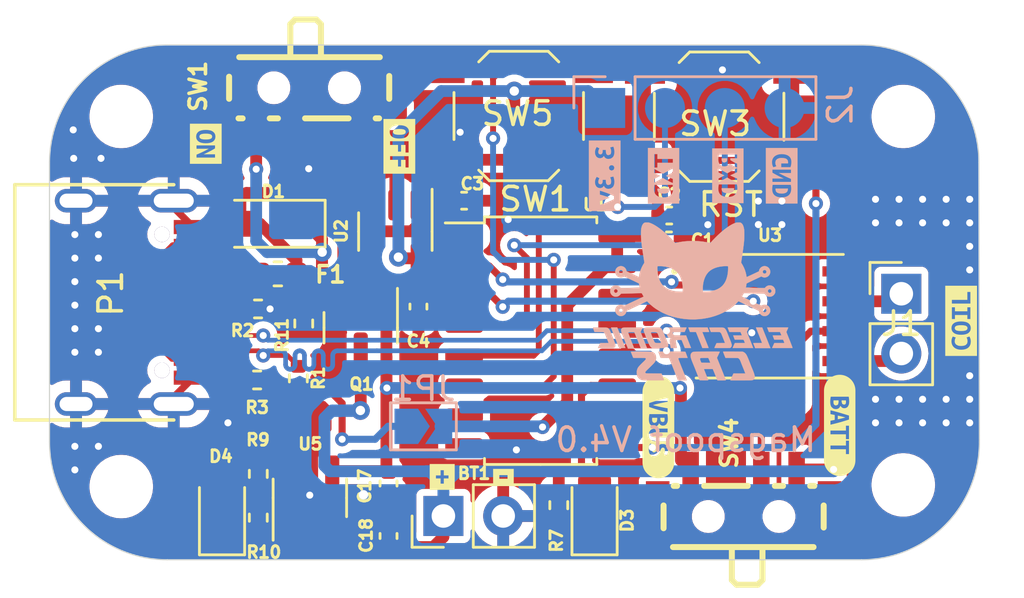
<source format=kicad_pcb>
(kicad_pcb (version 20221018) (generator pcbnew)
  (title_block (title "Magspoof V3") (date "2020-02-04") (rev "3.3v") (company "Electronic Cats") (comment 1 "Eduardo Contreras"))
  (layers (0 "F.Cu" signal) (31 "B.Cu" signal) (34 "B.Paste" user) (35 "F.Paste" user) (36 "B.SilkS" user "B.Silkscreen") (37 "F.SilkS" user "F.Silkscreen") (38 "B.Mask" user) (39 "F.Mask" user) (44 "Edge.Cuts" user))
  (net 0 "")
  (net 1 "+BATT")
  (net 2 "GND")
  (net 3 "+3V3")
  (net 4 "Net-(SW1-B)")
  (net 5 "VBUS")
  (net 6 "Net-(D1-K)")
  (net 7 "Net-(D3-K)")
  (net 8 "/LED")
  (net 9 "Net-(D4-A)")
  (net 10 "Net-(F1-Pad1)")
  (net 11 "/Out_A")
  (net 12 "/Out_B")
  (net 13 "Net-(JP1-A)")
  (net 14 "Net-(P1-CC)")
  (net 15 "/D-")
  (net 16 "/D+")
  (net 17 "Net-(P1-VCONN)")
  (net 18 "Net-(U5-PROG)")
  (net 19 "Net-(U5-STAT)")
  (net 20 "/RST")
  (net 21 "/SW1")
  (net 22 "Net-(SW4A-B)")
  (net 24 "/IN_B")
  (net 25 "/IN_A")
  (net 32 "/TXD")
  (net 33 "/RXD")
  (footprint "Diode_SMD:D_SOD-123F" (layer "F.Cu") (at 106.43 54.04 180)
    (fp_text reference "D1")
    (fp_text value "MBR120" hide)
  )
  (footprint "kibuzzard-64629FC5" (layer "F.Cu") (at 122.78 62.68 -90)
    (fp_text reference "kibuzzard-64629FC5" hide)
    (fp_text value "G***" hide)
  )
  (footprint "Connector_PinHeader_2.54mm:PinHeader_1x02_P2.54mm_Vertical" (layer "F.Cu") (at 133.096 57.015)
    (fp_text reference "J1")
    (fp_text value "Coil" hide)
  )
  (footprint "Library:TC4424EMF(v3)" (layer "F.Cu") (at 127.508 57.97)
    (fp_text reference "U3")
    (fp_text value "TC4424" hide)
  )
  (footprint "Resistor_SMD:R_0402_1005Metric" (layer "F.Cu") (at 107.72 58.28 -90)
    (fp_text reference "R11")
    (fp_text value "100K" hide)
  )
  (footprint "kibuzzard-6436EF98" (layer "F.Cu") (at 111.78 50.75 -90)
    (fp_text reference "kibuzzard-6436EF98" hide)
    (fp_text value "G***" hide)
  )
  (footprint "Connector_PinHeader_2.54mm:PinHeader_1x02_P2.54mm_Vertical" (layer "F.Cu") (at 113.65 66.46 90)
    (fp_text reference "BT1")
    (fp_text value "Battery_Cell" hide)
  )
  (footprint "Library:SW-SMD_SSSS811101" (layer "F.Cu") (at 126.4 66.0315)
    (fp_text reference "SW4")
    (fp_text value "SOURCE MAG" hide)
  )
  (footprint "LED_SMD:LED_0805_2012Metric_Pad1.15x1.40mm_HandSolder" (layer "F.Cu") (at 104.25 66.25 90)
    (fp_text reference "D4")
    (fp_text value "CHG" hide)
  )
  (footprint "Capacitor_SMD:C_0402_1005Metric" (layer "F.Cu") (at 114.53 53.06)
    (fp_text reference "C3")
    (fp_text value "10uF" hide)
  )
  (footprint "Button_Switch_SMD:SW_SPST_TL3342" (layer "F.Cu") (at 125.36 49.49)
    (fp_text reference "SW3")
    (fp_text value "S1")
  )
  (footprint "Package_SO:SOP-16_4.55x10.3mm_P1.27mm" (layer "F.Cu") (at 117.78 59.01)
    (fp_text reference "U1")
    (fp_text value "CH552G")
  )
  (footprint "Capacitor_SMD:C_0402_1005Metric" (layer "F.Cu") (at 111.32 67.31 90)
    (fp_text reference "C18")
    (fp_text value "10uF" hide)
  )
  (footprint "kibuzzard-6435F3C4" (layer "F.Cu") (at 135.636 58.166 90)
    (fp_text reference "kibuzzard-6435F3C4" hide)
    (fp_text value "G***" hide)
  )
  (footprint "Capacitor_SMD:C_0402_1005Metric" (layer "F.Cu") (at 112.59 57.56 -90)
    (fp_text reference "C4")
    (fp_text value "10uF" hide)
  )
  (footprint "Resistor_SMD:R_0402_1005Metric" (layer "F.Cu") (at 105.78 57.66 180)
    (fp_text reference "R2")
    (fp_text value "5.1k" hide)
  )
  (footprint "MountingHole:MountingHole_2.2mm_M2" (layer "F.Cu") (at 133.18 49.48)
    (fp_text reference "H2")
    (fp_text value "MountingHole")
  )
  (footprint "Button_Switch_SMD:SW_SPST_TL3342" (layer "F.Cu") (at 116.85 49.46)
    (fp_text reference "SW5")
    (fp_text value "RESET")
  )
  (footprint "Resistor_SMD:R_0402_1005Metric" (layer "F.Cu") (at 105.74 60.68 180)
    (fp_text reference "R3")
    (fp_text value "5.1k" hide)
  )
  (footprint "Resistor_SMD:R_0402_1005Metric" (layer "F.Cu") (at 118.55 66 90)
    (fp_text reference "R7")
    (fp_text value "180R" hide)
  )
  (footprint "kibuzzard-6436EF9F" (layer "F.Cu") (at 103.56 50.64 -90)
    (fp_text reference "kibuzzard-6436EF9F" hide)
    (fp_text value "G***" hide)
  )
  (footprint "Package_TO_SOT_SMD:SOT-23-5" (layer "F.Cu") (at 107.98 65.69 90)
    (fp_text reference "U5")
    (fp_text value "MCP73831" hide)
  )
  (footprint "kibuzzard-64629FDC" (layer "F.Cu") (at 130.48 62.61 -90)
    (fp_text reference "kibuzzard-64629FDC" hide)
    (fp_text value "G***" hide)
  )
  (footprint "Resistor_SMD:R_0402_1005Metric" (layer "F.Cu") (at 105.79 64.67 90)
    (fp_text reference "R9")
    (fp_text value "5.1k" hide)
  )
  (footprint "kibuzzard-6436EA46" (layer "F.Cu") (at 116.2 64.8)
    (fp_text reference "kibuzzard-6436EA46" hide)
    (fp_text value "G***" hide)
  )
  (footprint "MountingHole:MountingHole_2.2mm_M2" (layer "F.Cu") (at 99.97 49.48)
    (fp_text reference "H1")
    (fp_text value "MountingHole")
  )
  (footprint "Capacitor_SMD:C_0402_1005Metric" (layer "F.Cu") (at 123.24 53.69)
    (fp_text reference "C2")
    (fp_text value "0.1uF")
  )
  (footprint "Package_TO_SOT_SMD:SOT-23-5" (layer "F.Cu") (at 111.61 54.3725 -90)
    (fp_text reference "U2")
    (fp_text value "AP2112K-3.3" hide)
  )
  (footprint "Connectors:C393939" (layer "F.Cu") (at 102.2 57.38 -90)
    (fp_text reference "P1")
    (fp_text value "USB_C_Plug_USB2.0" hide)
  )
  (footprint "Resistor_SMD:R_0402_1005Metric" (layer "F.Cu") (at 105.79 66.53 90)
    (fp_text reference "R10")
    (fp_text value "470" hide)
  )
  (footprint "Fuse:Fuse_0603_1608Metric" (layer "F.Cu") (at 106.62 56.17)
    (fp_text reference "F1")
    (fp_text value "0.5A")
  )
  (footprint "Capacitor_SMD:C_0402_1005Metric" (layer "F.Cu") (at 111.32 65.08 -90)
    (fp_text reference "C17")
    (fp_text value "10uF" hide)
  )
  (footprint "Capacitor_SMD:C_0402_1005Metric" (layer "F.Cu") (at 123.23 54.75)
    (fp_text reference "C1")
    (fp_text value "0.1uF" hide)
  )
  (footprint "Resistor_SMD:R_0402_1005Metric" (layer "F.Cu") (at 107.49 60.61 90)
    (fp_text reference "R1")
    (fp_text value "20K" hide)
  )
  (footprint "MountingHole:MountingHole_2.2mm_M2" (layer "F.Cu") (at 99.97 65.21)
    (fp_text reference "H3")
    (fp_text value "MountingHole")
  )
  (footprint "Library:SW-SMD_SSSS811101" (layer "F.Cu") (at 107.95 48.71 180)
    (fp_text reference "SW1")
    (fp_text value "ON" hide)
  )
  (footprint "kibuzzard-6436EA37" (layer "F.Cu") (at 113.6 64.8)
    (fp_text reference "kibuzzard-6436EA37" hide)
    (fp_text value "G***" hide)
  )
  (footprint "Package_TO_SOT_SMD:SOT-23" (layer "F.Cu") (at 110.14 58.46 -90)
    (fp_text reference "Q1")
    (fp_text value "DMG3415U-7" hide)
  )
  (footprint "LED_SMD:LED_0805_2012Metric_Pad1.15x1.40mm_HandSolder" (layer "F.Cu") (at 120.07 66.25 90)
    (fp_text reference "D3")
    (fp_text value "Status" hide)
  )
  (footprint "MountingHole:MountingHole_2.2mm_M2" (layer "F.Cu") (at 133.18 65.21)
    (fp_text reference "H4")
    (fp_text value "MountingHole")
  )
  (footprint "kibuzzard-6436E8D1" (layer "B.Cu") (at 123 52 -90)
    (fp_text reference "kibuzzard-6436E8D1" hide)
    (fp_text value "G***" hide)
  )
  (footprint "Aesthetics:electronic_cats_logo_8x6" (layer "B.Cu") (at 124.24 57.34 180)
    (fp_text reference "G***" hide)
    (fp_text value "LOGO" hide)
  )
  (footprint "Connector_PinHeader_2.54mm:PinHeader_1x04_P2.54mm_Vertical" (layer "B.Cu") (at 120.52 49.12 -90)
    (fp_text reference "J2")
    (fp_text value "SWD")
  )
  (footprint "kibuzzard-6435F22E" (layer "B.Cu") (at 120.5 52 -90)
    (fp_text reference "kibuzzard-6435F22E" hide)
    (fp_text value "G***" hide)
  )
  (footprint "Jumper:SolderJumper-2_P1.3mm_Open_TrianglePad1.0x1.5mm" (layer "B.Cu") (at 112.8 62.65)
    (fp_text reference "JP1")
    (fp_text value "boot" hide)
  )
  (footprint "kibuzzard-6436E8D8" (layer "B.Cu") (at 125.73 52 -90)
    (fp_text reference "kibuzzard-6436E8D8" hide)
    (fp_text value "G***" hide)
  )
  (footprint "kibuzzard-6435F1C7" (layer "B.Cu") (at 128.016 52 -90)
    (fp_text reference "kibuzzard-6435F1C7" hide)
    (fp_text value "G***" hide)
  )
  (gr_arc (start 131.3925 46.44) (mid 134.928034 47.904466) (end 136.3925 51.44) (stroke (width 0.05)) (layer "Edge.Cuts"))
  (gr_line (start 96.9225 51.44) (end 96.9225 63.32) (stroke (width 0.05)) (layer "Edge.Cuts"))
  (gr_line (start 101.9225 68.32) (end 131.412981 68.32) (stroke (width 0.05)) (layer "Edge.Cuts"))
  (gr_line (start 131.3925 46.44) (end 101.9225 46.44) (stroke (width 0.05)) (layer "Edge.Cuts"))
  (gr_line (start 136.412981 63.32) (end 136.3925 51.44) (stroke (width 0.05)) (layer "Edge.Cuts"))
  (gr_arc (start 96.9225 51.44) (mid 98.386966 47.904466) (end 101.9225 46.44) (stroke (width 0.05)) (layer "Edge.Cuts"))
  (gr_arc (start 136.412981 63.32) (mid 134.948514 66.855527) (end 131.412981 68.32) (stroke (width 0.05)) (layer "Edge.Cuts"))
  (gr_arc (start 101.9225 68.32) (mid 98.386966 66.855534) (end 96.9225 63.32) (stroke (width 0.05)) (layer "Edge.Cuts"))
  (gr_text "Magspoof V4.0" (at 123.94 63.22) (layer "B.SilkS") (effects (font (size 1 1)) (justify mirror)))
  (gr_text "SW1" (at 115.93 53.58) (layer "F.SilkS") (effects (font (size 1 1)) (justify left bottom)))
  (gr_text "RST" (at 124.4 53.81) (layer "F.SilkS") (effects (font (size 1 1)) (justify left bottom)))
  (segment (start 110.14 59.3975) (end 110.14 61.96) (width 0.5) (layer "F.Cu") (net 1))
  (segment (start 109.04 67.12) (end 109.7 67.78) (width 0.5) (layer "F.Cu") (net 1))
  (segment (start 110.14 61.96) (end 110.125 61.975) (width 0.5) (layer "F.Cu") (net 1))
  (segment (start 128.65 64.4815) (end 128.65 64.186) (width 0.5) (layer "F.Cu") (net 1))
  (segment (start 109.7 67.78) (end 113.22 67.78) (width 0.5) (layer "F.Cu") (net 1))
  (segment (start 128.650498 64.481998) (end 128.65 64.4815) (width 0.5) (layer "F.Cu") (net 1))
  (segment (start 109.04 66.9375) (end 109.04 67.12) (width 0.5) (layer "F.Cu") (net 1))
  (segment (start 113.65 67.35) (end 113.65 66.46) (width 0.5) (layer "F.Cu") (net 1))
  (segment (start 130.22 64.481998) (end 128.650498 64.481998) (width 0.5) (layer "F.Cu") (net 1))
  (segment (start 108.93 66.8275) (end 109.04 66.9375) (width 0.5) (layer "F.Cu") (net 1))
  (segment (start 113.22 67.78) (end 113.65 67.35) (width 0.5) (layer "F.Cu") (net 1))
  (segment (start 128.65 64.186) (end 128.738 64.098) (width 0.5) (layer "F.Cu") (net 1))
  (via (at 130.22 64.481998) (size 0.6) (drill 0.3) (layers "F.Cu" "B.Cu") (net 1))
  (via (at 110.125 61.975) (size 0.8) (drill 0.4) (layers "F.Cu" "B.Cu") (net 1))
  (segment (start 108.835 64.56) (end 108.6 64.325) (width 0.5) (layer "B.Cu") (net 1))
  (segment (start 112.925 64.56) (end 108.835 64.56) (width 0.5) (layer "B.Cu") (net 1))
  (segment (start 108.925 61.975) (end 108.6 62.3) (width 0.5) (layer "B.Cu") (net 1))
  (segment (start 110.125 61.975) (end 109.3 61.975) (width 0.5) (layer "B.Cu") (net 1))
  (segment (start 109.3 61.975) (end 109.275 62) (width 0.5) (layer "B.Cu") (net 1))
  (segment (start 110.125 61.975) (end 108.925 61.975) (width 0.5) (layer "B.Cu") (net 1))
  (segment (start 109.275 62) (end 109.775 62) (width 0.5) (layer "B.Cu") (net 1))
  (segment (start 113.65 66.46) (end 113.65 65.46) (width 0.5) (layer "B.Cu") (net 1))
  (segment (start 130.22 64.56) (end 130.36 64.42) (width 0.5) (layer "B.Cu") (net 1))
  (segment (start 112.925 64.56) (end 113.06 64.56) (width 0.5) (layer "B.Cu") (net 1))
  (segment (start 114.5 64.56) (end 130.22 64.56) (width 0.5) (layer "B.Cu") (net 1))
  (segment (start 108.6 64.325) (end 108.6 62.3) (width 0.5) (layer "B.Cu") (net 1))
  (segment (start 114.5 64.56) (end 112.925 64.56) (width 0.5) (layer "B.Cu") (net 1))
  (segment (start 113.06 64.56) (end 113.65 65.15) (width 0.5) (layer "B.Cu") (net 1))
  (segment (start 113.65 65.15) (end 114.24 64.56) (width 0.5) (layer "B.Cu") (net 1))
  (segment (start 114.24 64.56) (end 114.5 64.56) (width 0.5) (layer "B.Cu") (net 1))
  (segment (start 108.6 62.3) (end 108.825 62.075) (width 0.5) (layer "B.Cu") (net 1))
  (segment (start 108.825 62.075) (end 108.9 62) (width 0.5) (layer "B.Cu") (net 1))
  (segment (start 113.65 65.15) (end 113.65 65.46) (width 0.5) (layer "B.Cu") (net 1))
  (segment (start 108.9 62) (end 109.275 62) (width 0.5) (layer "B.Cu") (net 1))
  (segment (start 130.22 64.56) (end 130.22 64.481998) (width 0.5) (layer "B.Cu") (net 1))
  (segment (start 102.2 53.355) (end 103.025 54.18) (width 0.3) (layer "F.Cu") (net 2))
  (segment (start 123.71 54.75) (end 123.71 54.78) (width 0.25) (layer "F.Cu") (net 2))
  (segment (start 102.2 53.06) (end 102.2 53.355) (width 0.3) (layer "F.Cu") (net 2))
  (segment (start 116.91 63.65) (end 116.75 63.65) (width 0.25) (layer "F.Cu") (net 2))
  (segment (start 106.29 57.66) (end 106.289999 57.659999) (width 0.3) (layer "F.Cu") (net 2))
  (segment (start 102.2 61.7) (end 102.2 61.405) (width 0.3) (layer "F.Cu") (net 2))
  (segment (start 121.03 57.105) (end 120.545813 57.105) (width 0.25) (layer "F.Cu") (net 2))
  (segment (start 107.975 65.575) (end 110.245 65.575) (width 0.25) (layer "F.Cu") (net 2))
  (segment (start 102.2 61.405) (end 103.025 60.58) (width 0.3) (layer "F.Cu") (net 2))
  (segment (start 107.98 65.58) (end 107.975 65.575) (width 0.25) (layer "F.Cu") (net 2))
  (segment (start 111.61 53.235) (end 111.61 51.75) (width 0.25) (layer "F.Cu") (net 2))
  (segment (start 104.25 67.275) (end 104.175 67.275) (width 0.25) (layer "F.Cu") (net 2))
  (segment (start 104.175 67.275) (end 104.125 67.225) (width 0.25) (layer "F.Cu") (net 2))
  (segment (start 111.61 51.75) (end 111.98 51.38) (width 0.25) (layer "F.Cu") (net 2))
  (segment (start 107.275 68.05) (end 107.3 68.075) (width 0.25) (layer "F.Cu") (net 2))
  (segment (start 111.32 65.56) (end 110.26 65.56) (width 0.3) (layer "F.Cu") (net 2))
  (segment (start 107.3 68.075) (end 107.65 68.075) (width 0.25) (layer "F.Cu") (net 2))
  (segment (start 107.98 67.745) (end 107.98 66.8275) (width 0.25) (layer "F.Cu") (net 2))
  (segment (start 106.289999 57.979999) (end 106.289999 57.659999) (width 0.3) (layer "F.Cu") (net 2))
  (segment (start 107.98 66.8275) (end 107.98 65.58) (width 0.25) (layer "F.Cu") (net 2))
  (segment (start 110.245 65.575) (end 110.26 65.56) (width 0.25) (layer "F.Cu") (net 2))
  (segment (start 107.1 58.79) (end 106.289999 57.979999) (width 0.3) (layer "F.Cu") (net 2))
  (segment (start 104.25 67.95) (end 104.35 68.05) (width 0.25) (layer "F.Cu") (net 2))
  (segment (start 104.35 68.05) (end 107.275 68.05) (width 0.25) (layer "F.Cu") (net 2))
  (segment (start 104.25 67.275) (end 104.25 67.95) (width 0.25) (layer "F.Cu") (net 2))
  (segment (start 107.65 68.075) (end 107.98 67.745) (width 0.25) (layer "F.Cu") (net 2))
  (segment (start 107.72 58.79) (end 107.1 58.79) (width 0.3) (layer "F.Cu") (net 2))
  (via (at 98 64.5) (size 0.6) (drill 0.3) (layers "F.Cu" "B.Cu") (net 2))
  (via (at 106.289999 57.659999) (size 0.6) (drill 0.3) (layers "F.Cu" "B.Cu") (net 2))
  (via (at 134 62.5) (size 0.6) (drill 0.3) (layers "F.Cu" "B.Cu") (net 2))
  (via (at 98 54.5) (size 0.6) (drill 0.3) (layers "F.Cu" "B.Cu") (net 2))
  (via (at 136 60.5) (size 0.6) (drill 0.3) (layers "F.Cu" "B.Cu") (net 2))
  (via (at 136 55) (size 0.6) (drill 0.3) (layers "F.Cu" "B.Cu") (net 2))
  (via (at 128.025 54.075) (size 0.6) (drill 0.3) (layers "F.Cu" "B.Cu") (net 2))
  (via (at 107.975 65.575) (size 0.6) (drill 0.3) (layers "F.Cu" "B.Cu") (net 2))
  (via (at 116.4 53.86) (size 0.6) (drill 0.3) (layers "F.Cu" "B.Cu") (net 2))
  (via (at 107.93 51.7) (size 0.6) (drill 0.3) (layers "F.Cu" "B.Cu") (net 2))
  (via (at 126.746 58.674) (size 0.6) (drill 0.3) (layers "F.Cu" "B.Cu") (net 2))
  (via (at 136 56) (size 0.6) (drill 0.3) (layers "F.Cu" "B.Cu") (net 2))
  (via (at 97.93 50.05) (size 0.6) (drill 0.3) (layers "F.Cu" "B.Cu") (net 2))
  (via (at 135 62.5) (size 0.6) (drill 0.3) (layers "F.Cu" "B.Cu") (net 2))
  (via (at 99 55.5) (size 0.6) (drill 0.3) (layers "F.Cu" "B.Cu") (net 2))
  (via (at 132 62.5) (size 0.6) (drill 0.3) (layers "F.Cu" "B.Cu") (net 2))
  (via (at 110.26 65.56) (size 0.8) (drill 0.4) (layers "F.Cu" "B.Cu") (net 2))
  (via (at 132 61.5) (size 0.6) (drill 0.3) (layers "F.Cu" "B.Cu") (net 2))
  (via (at 127.025 54.075) (size 0.6) (drill 0.3) (layers "F.Cu" "B.Cu") (net 2))
  (via (at 99 63.5) (size 0.6) (drill 0.3) (layers "F.Cu" "B.Cu") (net 2))
  (via (at 98 55.5) (size 0.6) (drill 0.3) (layers "F.Cu" "B.Cu") (net 2))
  (via (at 124.88 54.08) (size 0.6) (drill 0.3) (layers "F.Cu" "B.Cu") (net 2))
  (via (at 104.5 62.5) (size 0.6) (drill 0.3) (layers "F.Cu" "B.Cu") (net 2))
  (via (at 134 61.5) (size 0.6) (drill 0.3) (layers "F.Cu" "B.Cu") (net 2))
  (via (at 136 54) (size 0.6) (drill 0.3) (layers "F.Cu" "B.Cu") (net 2))
  (via (at 98 57.5) (size 0.6) (drill 0.3) (layers "F.Cu" "B.Cu") (net 2))
  (via (at 128.025 53.075) (size 0.6) (drill 0.3) (layers "F.Cu" "B.Cu") (net 2))
  (via (at 134 54) (size 0.6) (drill 0.3) (layers "F.Cu" "B.Cu") (net 2))
  (via (at 136 62.5) (size 0.6) (drill 0.3) (layers "F.Cu" "B.Cu") (net 2))
  (via (at 133 53) (size 0.6) (drill 0.3) (layers "F.Cu" "B.Cu") (net 2))
  (via (at 98 58.5) (size 0.6) (drill 0.3) (layers "F.Cu" "B.Cu") (net 2))
  (via (at 98 59.5) (size 0.6) (drill 0.3) (layers "F.Cu" "B.Cu") (net 2))
  (via (at 99.11 51.26) (size 0.6) (drill 0.3) (layers "F.Cu" "B.Cu") (net 2))
  (via (at 135 61.5) (size 0.6) (drill 0.3) (layers "F.Cu" "B.Cu") (net 2))
  (via (at 133 61.5) (size 0.6) (drill 0.3) (layers "F.Cu" "B.Cu") (net 2))
  (via (at 136 61.5) (size 0.6) (drill 0.3) (layers "F.Cu" "B.Cu") (net 2))
  (via (at 99 59.5) (size 0.6) (drill 0.3) (layers "F.Cu" "B.Cu") (net 2))
  (via (at 132 54) (size 0.6) (drill 0.3) (layers "F.Cu" "B.Cu") (net 2))
  (via (at 133 54) (size 0.6) (drill 0.3) (layers "F.Cu" "B.Cu") (net 2))
  (via (at 98 56.5) (size 0.6) (drill 0.3) (layers "F.Cu" "B.Cu") (net 2))
  (via (at 99 58.5) (size 0.6) (drill 0.3) (layers "F.Cu" "B.Cu") (net 2))
  (via (at 114.36 50.15) (size 0.6) (drill 0.3) (layers "F.Cu" "B.Cu") (net 2))
  (via (at 133 62.5) (size 0.6) (drill 0.3) (layers "F.Cu" "B.Cu") (net 2))
  (via (at 136 53) (size 0.6) (drill 0.3) (layers "F.Cu" "B.Cu") (net 2))
  (via (at 116.75 63.65) (size 0.6) (drill 0.3) (layers "F.Cu" "B.Cu") (net 2))
  (via (at 99 54.5) (size 0.6) (drill 0.3) (layers "F.Cu" "B.Cu") (net 2))
  (via (at 125.5 47.5) (size 0.6) (drill 0.3) (layers "F.Cu" "B.Cu") (net 2))
  (via (at 135 53) (size 0.6) (drill 0.3) (layers "F.Cu" "B.Cu") (net 2))
  (via (at 97.95 51.26) (size 0.6) (drill 0.3) (layers "F.Cu" "B.Cu") (net 2))
  (via (at 135 54) (size 0.6) (drill 0.3) (layers "F.Cu" "B.Cu") (net 2))
  (via (at 98 63.5) (size 0.6) (drill 0.3) (layers "F.Cu" "B.Cu") (net 2))
  (via (at 134 53) (size 0.6) (drill 0.3) (layers "F.Cu" "B.Cu") (net 2))
  (via (at 127.025 53.075) (size 0.6) (drill 0.3) (layers "F.Cu" "B.Cu") (net 2))
  (via (at 132 53) (size 0.6) (drill 0.3) (layers "F.Cu" "B.Cu") (net 2))
  (segment (start 116.2 51.32) (end 116.34 51.32) (width 0.5) (layer "F.Cu") (net 3))
  (segment (start 113.74 51.32) (end 116.2 51.32) (width 0.5) (layer "F.Cu") (net 3))
  (segment (start 121.03 55.835) (end 121.03 54.565) (width 0.5) (layer "F.Cu") (net 3))
  (segment (start 122.31 52.35) (end 122.76 52.8) (width 0.5) (layer "F.Cu") (net 3))
  (segment (start 118.909501 61.630499) (end 117.86 62.68) (width 0.5) (layer "F.Cu") (net 3))
  (segment (start 117.17 51.32) (end 119.73 51.32) (width 0.5) (layer "F.Cu") (net 3))
  (segment (start 116.74 50.92) (end 116.66 50.84) (width 0.5) (layer "F.Cu") (net 3))
  (segment (start 113.7 51.36) (end 113.74 51.32) (width 0.5) (layer "F.Cu") (net 3))
  (segment (start 121.03 54.565) (end 122.565 54.565) (width 0.5) (layer "F.Cu") (net 3))
  (segment (start 112.56 55.51) (end 111.79 55.51) (width 0.5) (layer "F.Cu") (net 3))
  (segment (start 112.56 55.51) (end 112.56 57.05) (width 0.5) (layer "F.Cu") (net 3))
  (segment (start 116.2 51.32) (end 117.17 51.32) (width 0.5) (layer "F.Cu") (net 3))
  (segment (start 116.34 51.32) (end 116.74 50.92) (width 0.5) (layer "F.Cu") (net 3))
  (segment (start 120.577467 55.835) (end 118.909501 57.502966) (width 0.5) (layer "F.Cu") (net 3))
  (segment (start 122.76 53.69) (end 122.76 54.74) (width 0.5) (layer "F.Cu") (net 3))
  (segment (start 121.03 55.835) (end 120.577467 55.835) (width 0.5) (layer "F.Cu") (net 3))
  (segment (start 111.79 55.51) (end 111.74 55.46) (width 0.5) (layer "F.Cu") (net 3))
  (segment (start 116.74 50.92) (end 117.14 51.32) (width 0.5) (layer "F.Cu") (net 3))
  (segment (start 122.565 54.565) (end 122.75 54.75) (width 0.5) (layer "F.Cu") (net 3))
  (segment (start 122.76 52.8) (end 122.76 53.69) (width 0.5) (layer "F.Cu") (net 3))
  (segment (start 116.66 50.84) (end 116.66 48.4) (width 0.5) (layer "F.Cu") (net 3))
  (segment (start 120.76 52.35) (end 122.31 52.35) (width 0.5) (layer "F.Cu") (net 3))
  (segment (start 117.14 51.32) (end 117.17 51.32) (width 0.5) (layer "F.Cu") (net 3))
  (segment (start 112.56 57.05) (end 112.59 57.08) (width 0.5) (layer "F.Cu") (net 3))
  (segment (start 119.73 51.32) (end 120.76 52.35) (width 0.5) (layer "F.Cu") (net 3))
  (segment (start 122.76 54.74) (end 122.75 54.75) (width 0.5) (layer "F.Cu") (net 3))
  (segment (start 116.74 51.32) (end 116.74 50.92) (width 0.5) (layer "F.Cu") (net 3))
  (segment (start 118.909501 57.502966) (end 118.909501 61.630499) (width 0.5) (layer "F.Cu") (net 3))
  (via (at 117.86 62.68) (size 0.6) (drill 0.3) (layers "F.Cu" "B.Cu") (net 3))
  (via (at 116.66 48.4) (size 0.8) (drill 0.4) (layers "F.Cu" "B.Cu") (net 3))
  (via (at 111.74 55.46) (size 0.8) (drill 0.4) (layers "F.Cu" "B.Cu") (net 3))
  (segment (start 117.83 62.65) (end 117.86 62.68) (width 0.5) (layer "B.Cu") (net 3))
  (segment (start 113.56 48.4) (end 116.66 48.4) (width 0.5) (layer "B.Cu") (net 3))
  (segment (start 119.8 48.4) (end 116.66 48.4) (width 0.5) (layer "B.Cu") (net 3))
  (segment (start 111.74 50.22) (end 113.56 48.4) (width 0.5) (layer "B.Cu") (net 3))
  (segment (start 111.74 55.46) (end 111.74 50.22) (width 0.5) (layer "B.Cu") (net 3))
  (segment (start 120.52 49.12) (end 119.8 48.4) (width 0.5) (layer "B.Cu") (net 3))
  (segment (start 113.525 62.65) (end 117.83 62.65) (width 0.5) (layer "B.Cu") (net 3))
  (segment (start 108.33 50.26) (end 110.66 52.59) (width 0.5) (layer "F.Cu") (net 4))
  (segment (start 111.021028 54.36) (end 112.3 54.36) (width 0.5) (layer "F.Cu") (net 4))
  (segment (start 107.2 50.26) (end 108.33 50.26) (width 0.5) (layer "F.Cu") (net 4))
  (segment (start 112.56 53.235) (end 112.735 53.06) (width 0.5) (layer "F.Cu") (net 4))
  (segment (start 112.3 54.36) (end 112.56 54.1) (width 0.5) (layer "F.Cu") (net 4))
  (segment (start 112.735 53.06) (end 113.75 53.06) (width 0.5) (layer "F.Cu") (net 4))
  (segment (start 112.56 54.1) (end 112.56 53.235) (width 0.5) (layer "F.Cu") (net 4))
  (segment (start 110.66 52.59) (end 110.66 53.235) (width 0.5) (layer "F.Cu") (net 4))
  (segment (start 110.66 53.998972) (end 111.021028 54.36) (width 0.5) (layer "F.Cu") (net 4))
  (segment (start 113.75 53.06) (end 113.76 53.07) (width 0.5) (layer "F.Cu") (net 4))
  (segment (start 110.66 53.235) (end 110.66 53.998972) (width 0.5) (layer "F.Cu") (net 4))
  (segment (start 123.738 64.098) (end 123.738 61.06) (width 0.5) (layer "F.Cu") (net 5))
  (segment (start 105.03 54.04) (end 105.86 54.04) (width 0.5) (layer "F.Cu") (net 5))
  (segment (start 105.03 52.99) (end 105.03 54.04) (width 0.5) (layer "F.Cu") (net 5))
  (segment (start 107.41 57.46) (end 107.72 57.77) (width 0.5) (layer "F.Cu") (net 5))
  (segment (start 105.29 52.73) (end 105.03 52.99) (width 0.5) (layer "F.Cu") (net 5))
  (segment (start 105.86 54.04) (end 107.41 55.59) (width 0.5) (layer "F.Cu") (net 5))
  (segment (start 111.32 64.6) (end 111.2725 64.5525) (width 0.5) (layer "F.Cu") (net 5))
  (segment (start 111.2725 64.5525) (end 108.93 64.5525) (width 0.5) (layer "F.Cu") (net 5))
  (segment (start 111.09 57.5225) (end 111.23 57.6625) (width 0.5) (layer "F.Cu") (net 5))
  (segment (start 123.738 61.06) (end 123.698 61.02) (width 0.5) (layer "F.Cu") (net 5))
  (segment (start 108.420756 52.73) (end 105.29 52.73) (width 0.5) (layer "F.Cu") (net 5))
  (segment (start 109.4 53.709244) (end 108.420756 52.73) (width 0.5) (layer "F.Cu") (net 5))
  (segment (start 111.23 59.7) (end 111.23 61) (width 0.5) (layer "F.Cu") (net 5))
  (segment (start 111.23 61) (end 111.25 61.02) (width 0.5) (layer "F.Cu") (net 5))
  (segment (start 111.23 59.7) (end 111.23 64.51) (width 0.5) (layer "F.Cu") (net 5))
  (segment (start 111.23 64.51) (end 111.32 64.6) (width 0.5) (layer "F.Cu") (net 5))
  (segment (start 111.09 57.5225) (end 109.4 55.8325) (width 0.5) (layer "F.Cu") (net 5))
  (segment (start 107.41 55.59) (end 107.41 57.46) (width 0.5) (layer "F.Cu") (net 5))
  (segment (start 109.4 55.8325) (end 109.4 53.709244) (width 0.5) (layer "F.Cu") (net 5))
  (segment (start 111.23 57.6625) (end 111.23 59.7) (width 0.5) (layer "F.Cu") (net 5))
  (via (at 111.25 61.02) (size 0.6) (drill 0.3) (layers "F.Cu" "B.Cu") (net 5))
  (via (at 123.698 61.02) (size 0.6) (drill 0.3) (layers "F.Cu" "B.Cu") (net 5))
  (segment (start 111.25 61.02) (end 123.698 61.02) (width 0.5) (layer "B.Cu") (net 5))
  (segment (start 108.495 56.375) (end 108.495 54.705) (width 0.5) (layer "F.Cu") (net 6))
  (segment (start 108.495 55.252419) (end 108.502294 55.245125) (width 0.5) (layer "F.Cu") (net 6))
  (segment (start 108.495 54.705) (end 107.83 54.04) (width 0.5) (layer "F.Cu") (net 6))
  (segment (start 108.495 56.375) (end 108.495 55.252419) (width 0.5) (layer "F.Cu") (net 6))
  (segment (start 105.7 50.26) (end 105.700001 51.72) (width 0.5) (layer "F.Cu") (net 6))
  (segment (start 109.19 57.5225) (end 108.495 56.8275) (width 0.5) (layer "F.Cu") (net 6))
  (segment (start 108.495 56.8275) (end 108.495 56.375) (width 0.5) (layer "F.Cu") (net 6))
  (via (at 108.502294 55.245125) (size 0.8) (drill 0.4) (layers "F.Cu" "B.Cu") (net 6))
  (via (at 105.700001 51.72) (size 0.6) (drill 0.3) (layers "F.Cu" "B.Cu") (net 6))
  (segment (start 108.502294 55.245125) (end 106.165125 55.245125) (width 0.5) (layer "B.Cu") (net 6))
  (segment (start 105.700001 54.780001) (end 105.700001 51.72) (width 0.5) (layer "B.Cu") (net 6))
  (segment (start 106.165125 55.245125) (end 105.700001 54.780001) (width 0.5) (layer "B.Cu") (net 6))
  (segment (start 118.55 67) (end 118.55 66.51) (width 0.25) (layer "F.Cu") (net 7))
  (segment (start 120.07 67.275) (end 118.825 67.275) (width 0.25) (layer "F.Cu") (net 7))
  (segment (start 118.825 67.275) (end 118.55 67) (width 0.25) (layer "F.Cu") (net 7))
  (segment (start 119.515 61.31) (end 119.91 60.915) (width 0.3) (layer "F.Cu") (net 8))
  (segment (start 120.07 65.225) (end 120.07 64.89) (width 0.3) (layer "F.Cu") (net 8))
  (segment (start 119.515 64.335) (end 119.515 61.31) (width 0.3) (layer "F.Cu") (net 8))
  (segment (start 120.07 64.89) (end 119.515 64.335) (width 0.3) (layer "F.Cu") (net 8))
  (segment (start 119.91 60.915) (end 121.03 60.915) (width 0.3) (layer "F.Cu") (net 8))
  (segment (start 104.25 65.725) (end 104.25 65.225) (width 0.25) (layer "F.Cu") (net 9))
  (segment (start 105.79 66.02) (end 104.545 66.02) (width 0.25) (layer "F.Cu") (net 9))
  (segment (start 104.545 66.02) (end 104.25 65.725) (width 0.25) (layer "F.Cu") (net 9))
  (segment (start 104.09 55.04) (end 104.7025 55.04) (width 0.5) (layer "F.Cu") (net 10))
  (segment (start 104.7025 55.04) (end 105.832501 56.170001) (width 0.5) (layer "F.Cu") (net 10))
  (segment (start 101.25 59.425) (end 100.9 59.075) (width 0.25) (layer "F.Cu") (net 10))
  (segment (start 101.3 59.425) (end 101.25 59.425) (width 0.25) (layer "F.Cu") (net 10))
  (segment (start 101.77462 59.42538) (end 101.77424 59.425) (width 0.25) (layer "F.Cu") (net 10))
  (segment (start 101.1 55.275) (end 101.869595 55.275) (width 0.3) (layer "F.Cu") (net 10))
  (segment (start 104.03 54.98) (end 104.09 55.04) (width 0.5) (layer "F.Cu") (net 10))
  (segment (start 100.9 59.075) (end 100.9 55.475) (width 0.25) (layer "F.Cu") (net 10))
  (segment (start 102.164595 54.98) (end 103.025 54.98) (width 0.3) (layer "F.Cu") (net 10))
  (segment (start 101.77462 59.42538) (end 102.129239 59.78) (width 0.25) (layer "F.Cu") (net 10))
  (segment (start 103.025 54.98) (end 104.03 54.98) (width 0.5) (layer "F.Cu") (net 10))
  (segment (start 102.129239 59.78) (end 103.025 59.78) (width 0.25) (layer "F.Cu") (net 10))
  (segment (start 100.9 55.475) (end 101.1 55.275) (width 0.25) (layer "F.Cu") (net 10))
  (segment (start 101.869595 55.275) (end 102.164595 54.98) (width 0.3) (layer "F.Cu") (net 10))
  (segment (start 101.77424 59.425) (end 101.3 59.425) (width 0.25) (layer "F.Cu") (net 10))
  (segment (start 105.8325 56.17) (end 105.832501 56.170001) (width 0.25) (layer "F.Cu") (net 10))
  (segment (start 130.279402 57.335) (end 132.776 57.335) (width 0.5) (layer "F.Cu") (net 11))
  (segment (start 132.776 57.335) (end 133.096 57.015) (width 0.5) (layer "F.Cu") (net 11))
  (segment (start 130.279402 59.875) (end 132.776 59.875) (width 0.5) (layer "F.Cu") (net 12))
  (segment (start 132.776 59.875) (end 133.096 59.555) (width 0.5) (layer "F.Cu") (net 12))
  (segment (start 107.49 61.12) (end 108.8 61.12) (width 0.3) (layer "F.Cu") (net 13))
  (segment (start 109.3495 61.6695) (end 109.3495 63.2) (width 0.3) (layer "F.Cu") (net 13))
  (segment (start 108.8 61.12) (end 109.3495 61.6695) (width 0.3) (layer "F.Cu") (net 13))
  (via (at 109.3495 63.2) (size 0.6) (drill 0.3) (layers "F.Cu" "B.Cu") (net 13))
  (segment (start 109.3495 63.2) (end 110.75 63.2) (width 0.3) (layer "B.Cu") (net 13))
  (segment (start 110.75 63.2) (end 111.3 62.65) (width 0.3) (layer "B.Cu") (net 13))
  (segment (start 111.3 62.65) (end 112.075 62.65) (width 0.3) (layer "B.Cu") (net 13))
  (segment (start 105.25 57.66) (end 105.27 57.66) (width 0.25) (layer "F.Cu") (net 14))
  (segment (start 104.64 56.13) (end 104.82 56.31) (width 0.25) (layer "F.Cu") (net 14))
  (segment (start 103.025 56.13) (end 104.64 56.13) (width 0.25) (layer "F.Cu") (net 14))
  (segment (start 104.82 56.31) (end 104.82 57.23) (width 0.25) (layer "F.Cu") (net 14))
  (segment (start 104.82 57.23) (end 105.25 57.66) (width 0.25) (layer "F.Cu") (net 14))
  (segment (start 104.7 57.83) (end 104.7 58.46) (width 0.2) (layer "F.Cu") (net 15))
  (segment (start 121.439999 58.784999) (end 122.925001 58.784999) (width 0.2) (layer "F.Cu") (net 15))
  (segment (start 103.725 57.655) (end 104.525 57.655) (width 0.2) (layer "F.Cu") (net 15))
  (segment (start 104.2 56.63) (end 104.38 56.81) (width 0.2) (layer "F.Cu") (net 15))
  (segment (start 104.7 58.46) (end 105.029165 58.789165) (width 0.2) (layer "F.Cu") (net 15))
  (segment (start 104.26 57.63) (end 103.025 57.63) (width 0.2) (layer "F.Cu") (net 15))
  (segment (start 104.38 57.51) (end 104.26 57.63) (width 0.2) (layer "F.Cu") (net 15))
  (segment (start 104.525 57.655) (end 104.7 57.83) (width 0.2) (layer "F.Cu") (net 15))
  (segment (start 121.03 58.375) (end 121.439999 58.784999) (width 0.2) (layer "F.Cu") (net 15))
  (segment (start 105.029165 58.789165) (end 105.999121 58.789165) (width 0.2) (layer "F.Cu") (net 15))
  (segment (start 104.525 57.655) (end 104.38 57.51) (width 0.2) (layer "F.Cu") (net 15))
  (segment (start 103.025 57.63) (end 103.7 57.63) (width 0.2) (layer "F.Cu") (net 15))
  (segment (start 103.025 56.63) (end 104.2 56.63) (width 0.2) (layer "F.Cu") (net 15))
  (segment (start 104.38 56.81) (end 104.38 57.51) (width 0.2) (layer "F.Cu") (net 15))
  (segment (start 103.7 57.63) (end 103.725 57.655) (width 0.2) (layer "F.Cu") (net 15))
  (segment (start 122.925001 58.784999) (end 123.125 58.585) (width 0.2) (layer "F.Cu") (net 15))
  (via (at 105.999121 58.789165) (size 0.6) (drill 0.3) (layers "F.Cu" "B.Cu") (net 15))
  (via (at 123.125 58.585) (size 0.6) (drill 0.3) (layers "F.Cu" "B.Cu") (net 15))
  (segment (start 123.125 58.585) (end 118.0468 58.585) (width 0.2) (layer "B.Cu") (net 15))
  (segment (start 106.199121 58.989165) (end 105.999121 58.789165) (width 0.2) (layer "B.Cu") (net 15))
  (segment (start 117.642635 58.989165) (end 106.199121 58.989165) (width 0.2) (layer "B.Cu") (net 15))
  (segment (start 118.0468 58.585) (end 117.642635 58.989165) (width 0.2) (layer "B.Cu") (net 15))
  (segment (start 101.74 57.34) (end 101.74 58) (width 0.2) (layer "F.Cu") (net 16))
  (segment (start 101.74 58) (end 101.87 58.13) (width 0.2) (layer "F.Cu") (net 16))
  (segment (start 101.95 57.13) (end 101.74 57.34) (width 0.2) (layer "F.Cu") (net 16))
  (segment (start 103.025 57.13) (end 101.95 57.13) (width 0.2) (layer "F.Cu") (net 16))
  (segment (start 105.114186 59.439166) (end 105.799122 59.439166) (width 0.2) (layer "F.Cu") (net 16))
  (segment (start 107.029165 59.639165) (end 107.49 60.1) (width 0.2) (layer "F.Cu") (net 16))
  (segment (start 104.05 58.13) (end 104.300499 58.380499) (width 0.2) (layer "F.Cu") (net 16))
  (segment (start 105.799122 59.439166) (end 105.999121 59.639165) (width 0.2) (layer "F.Cu") (net 16))
  (segment (start 101.87 58.13) (end 103.025 58.13) (width 0.2) (layer "F.Cu") (net 16))
  (segment (start 105.999121 59.639165) (end 107.029165 59.639165) (width 0.2) (layer "F.Cu") (net 16))
  (segment (start 104.300499 58.380499) (end 104.300499 58.625479) (width 0.2) (layer "F.Cu") (net 16))
  (segment (start 104.300499 58.625479) (end 105.114186 59.439166) (width 0.2) (layer "F.Cu") (net 16))
  (segment (start 121.03 59.645) (end 121.439999 59.235001) (width 0.2) (layer "F.Cu") (net 16))
  (segment (start 122.925001 59.235001) (end 123.125 59.435) (width 0.2) (layer "F.Cu") (net 16))
  (segment (start 103.025 58.13) (end 104.05 58.13) (width 0.2) (layer "F.Cu") (net 16))
  (segment (start 121.439999 59.235001) (end 122.925001 59.235001) (width 0.2) (layer "F.Cu") (net 16))
  (via (at 123.125 59.435) (size 0.6) (drill 0.3) (layers "F.Cu" "B.Cu") (net 16))
  (via (at 105.999121 59.639165) (size 0.6) (drill 0.3) (layers "F.Cu" "B.Cu") (net 16))
  (segment (start 117.829035 59.439165) (end 118.233199 59.035001) (width 0.2) (layer "B.Cu") (net 16))
  (segment (start 106.199121 59.439165) (end 106.75 59.439165) (width 0.2) (layer "B.Cu") (net 16))
  (segment (start 110.82526 59.439165) (end 117.829035 59.439165) (width 0.2) (layer "B.Cu") (net 16))
  (segment (start 105.999121 59.639165) (end 106.199121 59.439165) (width 0.2) (layer "B.Cu") (net 16))
  (segment (start 118.233199 59.035001) (end 122.725001 59.035001) (width 0.2) (layer "B.Cu") (net 16))
  (segment (start 107.35 60.026249) (end 107.35 59.639165) (width 0.2) (layer "B.Cu") (net 16))
  (segment (start 108.15 60.026249) (end 108.15 59.639165) (width 0.2) (layer "B.Cu") (net 16))
  (segment (start 109.15 59.439165) (end 110.82526 59.439165) (width 0.2) (layer "B.Cu") (net 16))
  (segment (start 108.95 60.026225) (end 108.95 59.639165) (width 0.2) (layer "B.Cu") (net 16))
  (segment (start 106.95 59.639165) (end 106.95 60.026249) (width 0.2) (layer "B.Cu") (net 16))
  (segment (start 122.725001 59.035001) (end 123.125 59.435) (width 0.2) (layer "B.Cu") (net 16))
  (segment (start 108.55 59.639165) (end 108.55 60.026225) (width 0.2) (layer "B.Cu") (net 16))
  (segment (start 107.75 59.639165) (end 107.75 60.026249) (width 0.2) (layer "B.Cu") (net 16))
  (arc (start 106.75 59.439165) (mid 106.891421 59.497744) (end 106.95 59.639165) (width 0.2) (layer "B.Cu") (net 16))
  (arc (start 108.15 59.639165) (mid 108.208579 59.497744) (end 108.35 59.439165) (width 0.2) (layer "B.Cu") (net 16))
  (arc (start 108.35 59.439165) (mid 108.491421 59.497744) (end 108.55 59.639165) (width 0.2) (layer "B.Cu") (net 16))
  (arc (start 108.55 60.026225) (mid 108.608579 60.167646) (end 108.75 60.226225) (width 0.2) (layer "B.Cu") (net 16))
  (arc (start 108.75 60.226225) (mid 108.891421 60.167646) (end 108.95 60.026225) (width 0.2) (layer "B.Cu") (net 16))
  (arc (start 107.15 60.226249) (mid 107.291421 60.16767) (end 107.35 60.026249) (width 0.2) (layer "B.Cu") (net 16))
  (arc (start 108.95 59.639165) (mid 109.008579 59.497744) (end 109.15 59.439165) (width 0.2) (layer "B.Cu") (net 16))
  (arc (start 107.35 59.639165) (mid 107.408579 59.497744) (end 107.55 59.439165) (width 0.2) (layer "B.Cu") (net 16))
  (arc (start 107.75 60.026249) (mid 107.808579 60.16767) (end 107.95 60.226249) (width 0.2) (layer "B.Cu") (net 16))
  (arc (start 106.95 60.026249) (mid 107.008579 60.16767) (end 107.15 60.226249) (width 0.2) (layer "B.Cu") (net 16))
  (arc (start 107.55 59.439165) (mid 107.691421 59.497744) (end 107.75 59.639165) (width 0.2) (layer "B.Cu") (net 16))
  (arc (start 107.95 60.226249) (mid 108.091421 60.16767) (end 108.15 60.026249) (width 0.2) (layer "B.Cu") (net 16))
  (segment (start 103.025 59.13) (end 104.15 59.13) (width 0.25) (layer "F.Cu") (net 17))
  (segment (start 104.15 59.13) (end 105.23 60.21) (width 0.25) (layer "F.Cu") (net 17))
  (segment (start 105.23 60.21) (end 105.23 60.68) (width 0.25) (layer "F.Cu") (net 17))
  (segment (start 105.79 65.18) (end 106.4025 65.18) (width 0.25) (layer "F.Cu") (net 18))
  (segment (start 106.4025 65.18) (end 107.03 64.5525) (width 0.25) (layer "F.Cu") (net 18))
  (segment (start 106.0025 66.8275) (end 107.03 66.8275) (width 0.3) (layer "F.Cu") (net 19))
  (segment (start 105.79 67.04) (end 106.0025 66.8275) (width 0.3) (layer "F.Cu") (net 19))
  (segment (start 115.59 47.52) (end 115.76 47.69) (width 0.25) (layer "F.Cu") (net 20))
  (segment (start 114.53 60.915) (end 117.945 60.915) (width 0.25) (layer "F.Cu") (net 20))
  (segment (start 119.96 47.52) (end 120 47.56) (width 0.25) (layer "F.Cu") (net 20))
  (segment (start 113.74 47.52) (end 115.49 47.52) (width 0.25) (layer "F.Cu") (net 20))
  (segment (start 115.76 47.69) (end 115.93 47.52) (width 0.25) (layer "F.Cu") (net 20))
  (segment (start 117.945 60.915) (end 118.335 60.525) (width 0.25) (layer "F.Cu") (net 20))
  (segment (start 115.93 47.52) (end 115.96 47.52) (width 0.25) (layer "F.Cu") (net 20))
  (segment (start 115.76 47.86) (end 116.1 47.52) (width 0.25) (layer "F.Cu") (net 20))
  (segment (start 115.76 47.9) (end 115.76 47.79) (width 0.25) (layer "F.Cu") (net 20))
  (segment (start 115.49 47.52) (end 115.76 47.52) (width 0.25) (layer "F.Cu") (net 20))
  (segment (start 115.49 47.52) (end 115.59 47.52) (width 0.25) (layer "F.Cu") (net 20))
  (segment (start 116.1 47.52) (end 119.96 47.52) (width 0.25) (layer "F.Cu") (net 20))
  (segment (start 115.76 47.79) (end 115.49 47.52) (width 0.25) (layer "F.Cu") (net 20))
  (segment (start 115.96 47.52) (end 116.1 47.52) (width 0.25) (layer "F.Cu") (net 20))
  (segment (start 118.335 60.525) (end 118.335 55.575) (width 0.25) (layer "F.Cu") (net 20))
  (segment (start 115.76 47.69) (end 115.76 47.9) (width 0.25) (layer "F.Cu") (net 20))
  (segment (start 115.76 47.9) (end 115.76 50.41) (width 0.25) (layer "F.Cu") (net 20))
  (segment (start 115.76 47.9) (end 115.76 47.86) (width 0.25) (layer "F.Cu") (net 20))
  (segment (start 113.7 47.56) (end 113.74 47.52) (width 0.25) (layer "F.Cu") (net 20))
  (segment (start 115.76 47.69) (end 115.76 47.52) (width 0.25) (layer "F.Cu") (net 20))
  (segment (start 115.76 47.52) (end 115.96 47.52) (width 0.25) (layer "F.Cu") (net 20))
  (via (at 118.335 55.575) (size 0.6) (drill 0.3) (layers "F.Cu" "B.Cu") (net 20))
  (via (at 115.76 50.41) (size 0.6) (drill 0.3) (layers "F.Cu" "B.Cu") (net 20))
  (segment (start 118.335 55.575) (end 116.115 55.575) (width 0.25) (layer "B.Cu") (net 20))
  (segment (start 115.76 55.22) (end 115.76 50.41) (width 0.25) (layer "B.Cu") (net 20))
  (segment (start 116.115 55.575) (end 115.76 55.22) (width 0.25) (layer "B.Cu") (net 20))
  (segment (start 129.47 53.18) (end 129.47 51.99) (width 0.3) (layer "F.Cu") (net 21))
  (segment (start 122.21 51.39) (end 122.25 51.35) (width 0.3) (layer "F.Cu") (net 21))
  (segment (start 129.47 51.99) (end 129.47 51.8) (width 0.3) (layer "F.Cu") (net 21))
  (segment (start 121.125 63.55) (end 122.52 63.55) (width 0.3) (layer "F.Cu") (net 21))
  (segment (start 122.25 51.35) (end 129.03 51.35) (width 0.3) (layer "F.Cu") (net 21))
  (segment (start 129.47 51.99) (end 129.47 51.79) (width 0.3) (layer "F.Cu") (net 21))
  (segment (start 128.55 51.35) (end 128.51 51.39) (width 0.3) (layer "F.Cu") (net 21))
  (segment (start 121.03 63.455) (end 121.125 63.55) (width 0.3) (layer "F.Cu") (net 21))
  (segment (start 129.47 51.79) (end 129.03 51.35) (width 0.3) (layer "F.Cu") (net 21))
  (via (at 129.47 53.18) (size 0.6) (drill 0.3) (layers "F.Cu" "B.Cu") (net 21))
  (via (at 122.52 63.55) (size 0.6) (drill 0.3) (layers "F.Cu" "B.Cu") (net 21))
  (segment (start 128.49 63.55) (end 122.52 63.55) (width 0.3) (layer "B.Cu") (net 21))
  (segment (start 129.47 53.18) (end 129.47 62.57) (width 0.3) (layer "B.Cu") (net 21))
  (segment (start 129.47 62.57) (end 128.49 63.55) (width 0.3) (layer "B.Cu") (net 21))
  (segment (start 128.86 61.65) (end 128.86 59) (width 0.3) (layer "F.Cu") (net 22))
  (segment (start 127.15 64.4815) (end 127.15 62.22) (width 0.3) (layer "F.Cu") (net 22))
  (segment (start 127.15 62.22) (end 127.41 61.96) (width 0.3) (layer "F.Cu") (net 22))
  (segment (start 128.55 61.96) (end 128.86 61.65) (width 0.3) (layer "F.Cu") (net 22))
  (segment (start 129.255 58.605) (end 130.279402 58.605) (width 0.3) (layer "F.Cu") (net 22))
  (segment (start 127.41 61.96) (end 128.55 61.96) (width 0.3) (layer "F.Cu") (net 22))
  (segment (start 128.86 59) (end 129.255 58.605) (width 0.3) (layer "F.Cu") (net 22))
  (segment (start 116.17 57.57) (end 115.705 57.105) (width 0.3) (layer "F.Cu") (net 24))
  (segment (start 126.805 57.335) (end 126.81 57.33) (width 0.3) (layer "F.Cu") (net 24))
  (segment (start 124.736598 57.335) (end 126.805 57.335) (width 0.3) (layer "F.Cu") (net 24))
  (segment (start 115.705 57.105) (end 114.53 57.105) (width 0.3) (layer "F.Cu") (net 24))
  (via (at 126.81 57.33) (size 0.6) (drill 0.3) (layers "F.Cu" "B.Cu") (net 24))
  (via (at 116.17 57.57) (size 0.6) (drill 0.3) (layers "F.Cu" "B.Cu") (net 24))
  (segment (start 116.17 57.57) (end 116.41 57.33) (width 0.3) (layer "B.Cu") (net 24))
  (segment (start 116.41 57.33) (end 126.81 57.33) (width 0.3) (layer "B.Cu") (net 24))
  (segment (start 115.595 55.835) (end 114.53 55.835) (width 0.3) (layer "F.Cu") (net 25))
  (segment (start 116.17 56.41) (end 115.595 55.835) (width 0.3) (layer "F.Cu") (net 25))
  (segment (start 127.7 59.875) (end 128.1 59.475) (width 0.3) (layer "F.Cu") (net 25))
  (segment (start 124.736598 59.875) (end 127.7 59.875) (width 0.3) (layer "F.Cu") (net 25))
  (segment (start 127.842 56.642) (end 123.4715 56.642) (width 0.3) (layer "F.Cu") (net 25))
  (segment (start 128.1 56.9) (end 127.842 56.642) (width 0.3) (layer "F.Cu") (net 25))
  (segment (start 123.4715 56.642) (end 123.34 56.5105) (width 0.3) (layer "F.Cu") (net 25))
  (segment (start 128.1 59.475) (end 128.1 56.9) (width 0.3) (layer "F.Cu") (net 25))
  (via (at 123.34 56.5105) (size 0.6) (drill 0.3) (layers "F.Cu" "B.Cu") (net 25))
  (via (at 116.17 56.41) (size 0.6) (drill 0.3) (layers "F.Cu" "B.Cu") (net 25))
  (segment (start 116.2705 56.5105) (end 123.34 56.5105) (width 0.3) (layer "B.Cu") (net 25))
  (segment (start 116.17 56.41) (end 116.2705 56.5105) (width 0.3) (layer "B.Cu") (net 25))
  (segment (start 117.700499 59.424501) (end 117.700499 54.059501) (width 0.25) (layer "F.Cu") (net 32))
  (segment (start 117.48 59.645) (end 117.700499 59.424501) (width 0.25) (layer "F.Cu") (net 32))
  (segment (start 117.700499 54.059501) (end 118.435 53.325) (width 0.25) (layer "F.Cu") (net 32))
  (segment (start 114.53 59.645) (end 117.48 59.645) (width 0.25) (layer "F.Cu") (net 32))
  (segment (start 118.435 53.325) (end 121.05 53.325) (width 0.25) (layer "F.Cu") (net 32))
  (via (at 121.05 53.325) (size 0.6) (drill 0.3) (layers "F.Cu" "B.Cu") (net 32))
  (segment (start 122.625 53.325) (end 123.06 52.89) (width 0.25) (layer "B.Cu") (net 32))
  (segment (start 121.05 53.325) (end 122.625 53.325) (width 0.25) (layer "B.Cu") (net 32))
  (segment (start 123.06 52.89) (end 123.06 49.12) (width 0.25) (layer "B.Cu") (net 32))
  (segment (start 117.2 58.175) (end 117.196497 58.171497) (width 0.25) (layer "F.Cu") (net 33))
  (segment (start 117.196497 58.171497) (end 117.196497 55.486997) (width 0.25) (layer "F.Cu") (net 33))
  (segment (start 117 58.375) (end 117.2 58.175) (width 0.25) (layer "F.Cu") (net 33))
  (segment (start 117.196497 55.486997) (end 116.66 54.9505) (width 0.25) (layer "F.Cu") (net 33))
  (segment (start 114.53 58.375) (end 117 58.375) (width 0.25) (layer "F.Cu") (net 33))
  (via (at 116.66 54.9505) (size 0.6) (drill 0.3) (layers "F.Cu" "B.Cu") (net 33))
  (segment (start 116.66 54.9505) (end 125.2995 54.9505) (width 0.25) (layer "B.Cu") (net 33))
  (segment (start 125.6 54.65) (end 125.6 49.12) (width 0.25) (layer "B.Cu") (net 33))
  (segment (start 125.2995 54.9505) (end 125.6 54.65) (width 0.25) (layer "B.Cu") (net 33))
  (zone (net 2) (net_name "GND") (layers "F&B.Cu") (connect_pads (clearance 0.3)) (min_thickness 0.2) (fill yes (thermal_gap 0.5) (thermal_bridge_width 0.5))
    (polygon (pts (xy 96.4 44.76) (xy 136.58 44.53) (xy 136.76 69.98) (xy 96.66 69.75)))
  )
)
</source>
